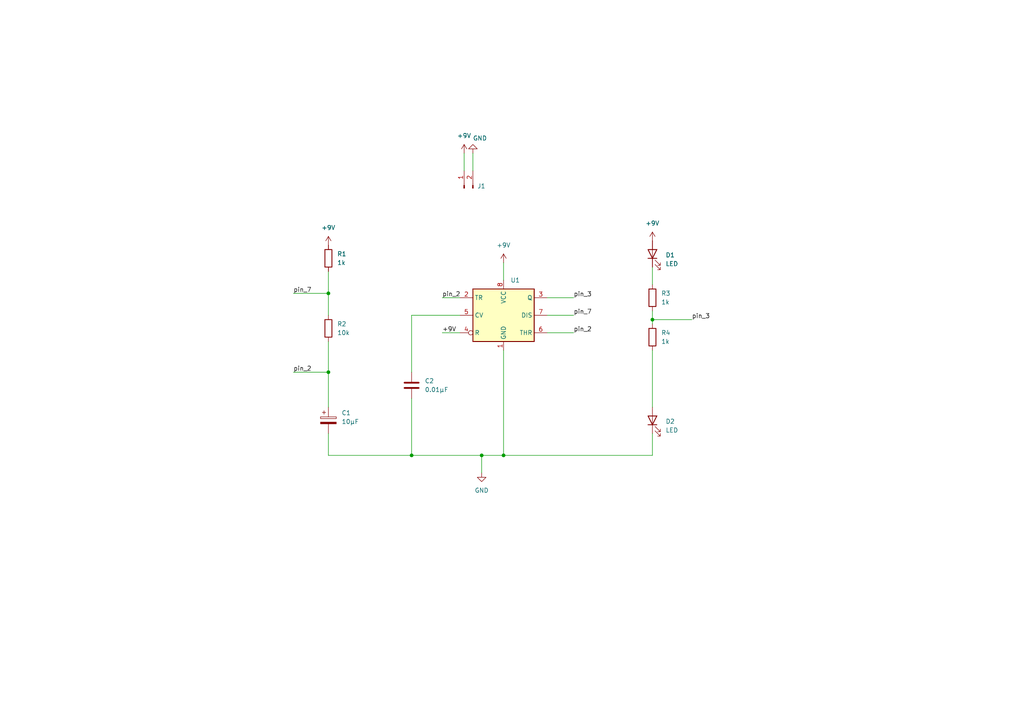
<source format=kicad_sch>
(kicad_sch (version 20211123) (generator eeschema)
  (paper "A4")
  (lib_symbols
    (symbol "Connector:Conn_01x02_Male" (pin_names (offset 1.016) hide)
      (property "Reference" "J" (at 0 2.54 0))
      (property "Value" "Conn_01x02_Male" (at 0 -5.08 0))
      (symbol "Conn_01x02_Male_1_1"
        (polyline (pts (xy 1.27 -2.54) (xy 0.8636 -2.54)) (stroke (width 0.1524)))
        (polyline (pts (xy 1.27 0) (xy 0.8636 0)) (stroke (width 0.1524)))
        (rectangle (start 0.8636 -2.413) (end 0 -2.667) (stroke (width 0.1524)) (fill (type outline)))
        (rectangle (start 0.8636 0.127) (end 0 -0.127) (stroke (width 0.1524)) (fill (type outline)))
        (pin passive line (at 5.08 0 180) (length 3.81) (name "Pin_1") (number "1"))
        (pin passive line (at 5.08 -2.54 180) (length 3.81) (name "Pin_2") (number "2"))
      )
    )
    (symbol "Device:C" (pin_numbers hide) (pin_names (offset 0.254))
      (property "Reference" "C" (at 0.635 2.54 0))
      (property "Value" "C" (at 0.635 -2.54 0))
      (symbol "C_0_1"
        (polyline (pts (xy -2.032 -0.762) (xy 2.032 -0.762)) (stroke (width 0.508)))
        (polyline (pts (xy -2.032 0.762) (xy 2.032 0.762)) (stroke (width 0.508)))
      )
      (symbol "C_1_1"
        (pin passive line (at 0 3.81 270) (length 2.794) (name "~") (number "1"))
        (pin passive line (at 0 -3.81 90) (length 2.794) (name "~") (number "2"))
      )
    )
    (symbol "Device:C_Polarized" (pin_numbers hide) (pin_names (offset 0.254))
      (property "Reference" "C" (at 0.635 2.54 0))
      (property "Value" "C_Polarized" (at 0.635 -2.54 0))
      (symbol "C_Polarized_0_1"
        (rectangle (start -2.286 0.508) (end 2.286 1.016))
        (polyline (pts (xy -1.778 2.286) (xy -0.762 2.286)))
        (polyline (pts (xy -1.27 2.794) (xy -1.27 1.778)))
        (rectangle (start 2.286 -0.508) (end -2.286 -1.016) (fill (type outline)))
      )
      (symbol "C_Polarized_1_1"
        (pin passive line (at 0 3.81 270) (length 2.794) (name "~") (number "1"))
        (pin passive line (at 0 -3.81 90) (length 2.794) (name "~") (number "2"))
      )
    )
    (symbol "Device:LED" (pin_numbers hide) (pin_names (offset 1.016) hide)
      (property "Reference" "D" (at 0 2.54 0))
      (property "Value" "LED" (at 0 -2.54 0))
      (symbol "LED_0_1"
        (polyline (pts (xy -1.27 -1.27) (xy -1.27 1.27)) (stroke (width 0.254)))
        (polyline (pts (xy -1.27 0) (xy 1.27 0)))
        (polyline (pts (xy 1.27 -1.27) (xy 1.27 1.27) (xy -1.27 0) (xy 1.27 -1.27)) (stroke (width 0.254)))
        (polyline (pts (xy -3.048 -0.762) (xy -4.572 -2.286) (xy -3.81 -2.286) (xy -4.572 -2.286) (xy -4.572 -1.524)))
        (polyline (pts (xy -1.778 -0.762) (xy -3.302 -2.286) (xy -2.54 -2.286) (xy -3.302 -2.286) (xy -3.302 -1.524)))
      )
      (symbol "LED_1_1"
        (pin passive line (at -3.81 0 0) (length 2.54) (name "K") (number "1"))
        (pin passive line (at 3.81 0 180) (length 2.54) (name "A") (number "2"))
      )
    )
    (symbol "Device:R" (pin_numbers hide) (pin_names (offset 0))
      (property "Reference" "R" (at 2.032 0 90))
      (property "Value" "R" (at 0 0 90))
      (symbol "R_0_1"
        (rectangle (start -1.016 -2.54) (end 1.016 2.54) (stroke (width 0.254)))
      )
      (symbol "R_1_1"
        (pin passive line (at 0 3.81 270) (length 1.27) (name "~") (number "1"))
        (pin passive line (at 0 -3.81 90) (length 1.27) (name "~") (number "2"))
      )
    )
    (symbol "Timer:NE555D"
      (property "Reference" "U" (at -10.16 8.89 0))
      (property "Value" "NE555D" (at 2.54 8.89 0))
      (symbol "NE555D_0_0"
        (pin power_in line (at 0 -10.16 90) (length 2.54) (name "GND") (number "1"))
        (pin power_in line (at 0 10.16 270) (length 2.54) (name "VCC") (number "8"))
      )
      (symbol "NE555D_0_1"
        (rectangle (start -8.89 -7.62) (end 8.89 7.62) (stroke (width 0.254)) (fill (type background)))
        (rectangle (start -8.89 -7.62) (end 8.89 7.62) (stroke (width 0.254)) (fill (type background)))
      )
      (symbol "NE555D_1_1"
        (pin input line (at -12.7 5.08 0) (length 3.81) (name "TR") (number "2"))
        (pin output line (at 12.7 5.08 180) (length 3.81) (name "Q") (number "3"))
        (pin input inverted (at -12.7 -5.08 0) (length 3.81) (name "R") (number "4"))
        (pin input line (at -12.7 0 0) (length 3.81) (name "CV") (number "5"))
        (pin input line (at 12.7 -5.08 180) (length 3.81) (name "THR") (number "6"))
        (pin input line (at 12.7 0 180) (length 3.81) (name "DIS") (number "7"))
      )
    )
    (symbol "power:+9V" (power) (pin_names (offset 0))
      (property "Value" "+9V" (at 0 3.556 0))
      (symbol "+9V_0_1"
        (polyline (pts (xy -0.762 1.27) (xy 0 2.54)))
        (polyline (pts (xy 0 0) (xy 0 2.54)))
        (polyline (pts (xy 0 2.54) (xy 0.762 1.27)))
      )
      (symbol "+9V_1_1"
        (pin power_in line (at 0 0 90) (length 0) hide (name "+9V") (number "1"))
      )
    )
    (symbol "power:GND" (power) (pin_names (offset 0))
      (property "Value" "GND" (at 0 -3.81 0))
      (symbol "GND_0_1"
        (polyline (pts (xy 0 0) (xy 0 -1.27) (xy 1.27 -1.27) (xy 0 -2.54) (xy -1.27 -1.27) (xy 0 -1.27)))
      )
      (symbol "GND_1_1"
        (pin power_in line (at 0 0 270) (length 0) hide (name "GND") (number "1"))
      )
    )
  )
  (junction (at 119.38 132.08))
  (junction (at 95.25 107.95))
  (junction (at 139.7 132.08))
  (junction (at 95.25 85.09))
  (junction (at 146.05 132.08))
  (junction (at 189.23 92.71))
  (wire (pts (xy 189.23 125.73) (xy 189.23 132.08)))
  (wire (pts (xy 95.25 99.06) (xy 95.25 107.95)))
  (wire (pts (xy 146.05 132.08) (xy 189.23 132.08)))
  (wire (pts (xy 128.27 86.36) (xy 133.35 86.36)))
  (wire (pts (xy 158.75 96.52) (xy 166.37 96.52)))
  (wire (pts (xy 128.27 96.52) (xy 133.35 96.52)))
  (wire (pts (xy 139.7 132.08) (xy 139.7 137.16)))
  (wire (pts (xy 158.75 86.36) (xy 166.37 86.36)))
  (wire (pts (xy 119.38 115.57) (xy 119.38 132.08)))
  (wire (pts (xy 119.38 132.08) (xy 139.7 132.08)))
  (wire (pts (xy 189.23 92.71) (xy 200.66 92.71)))
  (wire (pts (xy 189.23 101.6) (xy 189.23 118.11)))
  (wire (pts (xy 189.23 77.47) (xy 189.23 82.55)))
  (wire (pts (xy 119.38 91.44) (xy 133.35 91.44)))
  (wire (pts (xy 95.25 132.08) (xy 119.38 132.08)))
  (wire (pts (xy 134.62 44.45) (xy 134.62 49.53)))
  (wire (pts (xy 146.05 76.2) (xy 146.05 81.28)))
  (wire (pts (xy 95.25 85.09) (xy 95.25 91.44)))
  (wire (pts (xy 95.25 78.74) (xy 95.25 85.09)))
  (wire (pts (xy 158.75 91.44) (xy 166.37 91.44)))
  (wire (pts (xy 95.25 125.73) (xy 95.25 132.08)))
  (wire (pts (xy 189.23 90.17) (xy 189.23 92.71)))
  (wire (pts (xy 119.38 107.95) (xy 119.38 91.44)))
  (wire (pts (xy 85.09 107.95) (xy 95.25 107.95)))
  (wire (pts (xy 139.7 132.08) (xy 146.05 132.08)))
  (wire (pts (xy 146.05 101.6) (xy 146.05 132.08)))
  (wire (pts (xy 137.16 44.45) (xy 137.16 49.53)))
  (wire (pts (xy 189.23 93.98) (xy 189.23 92.71)))
  (wire (pts (xy 85.09 85.09) (xy 95.25 85.09)))
  (wire (pts (xy 95.25 107.95) (xy 95.25 118.11)))
  (label "pin_2" (at 128.27 86.36 0))
  (label "pin_3" (at 166.37 86.36 0))
  (label "+9V" (at 128.27 96.52 0))
  (label "pin_2" (at 85.09 107.95 0))
  (label "pin_2" (at 166.37 96.52 0))
  (label "pin_7" (at 85.09 85.09 0))
  (label "pin_7" (at 166.37 91.44 0))
  (label "pin_3" (at 200.66 92.71 0))
  (symbol (lib_id "power:+9V") (at 146.05 76.2 0) (unit 1)
    (property "Reference" "#PWR?" (effects hide))
    (property "Value" "+9V" (at 146.05 71.12 0))
  )
  (symbol (lib_id "Device:R") (at 189.23 86.36 0) (unit 1)
    (property "Reference" "R3" (at 191.77 85.0899 0) (effects (justify left)))
    (property "Value" "1k" (at 191.77 87.6299 0) (effects (justify left)))
  )
  (symbol (lib_id "Device:LED") (at 189.23 121.92 90) (unit 1)
    (property "Reference" "D2" (at 193.04 122.2374 90) (effects (justify right)))
    (property "Value" "LED" (at 193.04 124.7774 90) (effects (justify right)))
  )
  (symbol (lib_id "power:+9V") (at 95.25 71.12 0) (unit 1)
    (property "Reference" "#PWR?" (effects hide))
    (property "Value" "+9V" (at 95.25 66.04 0))
  )
  (symbol (lib_id "Timer:NE555D") (at 146.05 91.44 0) (unit 1)
    (property "Reference" "U1" (at 148.0694 81.28 0) (effects (justify left)))
    (property "Value" "NE555D" (effects hide))
    (property "Footprint" "Package_SO:SOIC-8_3.9x4.9mm_P1.27mm" (effects hide))
    (property "Datasheet" "http://www.ti.com/lit/ds/symlink/ne555.pdf" (effects hide))
  )
  (symbol (lib_id "power:GND") (at 137.16 44.45 180) (unit 1)
    (property "Reference" "#PWR?" (effects hide))
    (property "Value" "GND" (at 137.16 39.37 0) (effects (justify right bottom)))
  )
  (symbol (lib_id "power:+9V") (at 189.23 69.85 0) (unit 1)
    (property "Reference" "#PWR?" (effects hide))
    (property "Value" "+9V" (at 189.23 64.77 0))
  )
  (symbol (lib_id "Device:R") (at 95.25 95.25 0) (unit 1)
    (property "Reference" "R2" (at 97.79 93.9799 0) (effects (justify left)))
    (property "Value" "10k" (at 97.79 96.5199 0) (effects (justify left)))
  )
  (symbol (lib_id "Device:R") (at 189.23 97.79 0) (unit 1)
    (property "Reference" "R4" (at 191.77 96.5199 0) (effects (justify left)))
    (property "Value" "1k" (at 191.77 99.0599 0) (effects (justify left)))
  )
  (symbol (lib_id "Connector:Conn_01x02_Male") (at 134.62 54.61 90) (unit 1)
    (property "Reference" "J1" (at 138.43 53.9749 90) (effects (justify right)))
    (property "Value" "Conn_01x02_Male" (effects hide))
  )
  (symbol (lib_id "Device:C") (at 119.38 111.76 0) (unit 1)
    (property "Reference" "C2" (at 123.19 110.4899 0) (effects (justify left)))
    (property "Value" "0.01µF" (at 123.19 113.0299 0) (effects (justify left)))
  )
  (symbol (lib_id "power:+9V") (at 134.62 44.45 0) (unit 1)
    (property "Reference" "#PWR?" (effects hide))
    (property "Value" "+9V" (at 134.62 39.37 0))
  )
  (symbol (lib_id "power:GND") (at 139.7 137.16 0) (unit 1)
    (property "Reference" "#PWR?" (effects hide))
    (property "Value" "GND" (at 139.7 142.24 0))
  )
  (symbol (lib_id "Device:LED") (at 189.23 73.66 90) (unit 1)
    (property "Reference" "D1" (at 193.04 73.9774 90) (effects (justify right)))
    (property "Value" "LED" (at 193.04 76.5174 90) (effects (justify right)))
  )
  (symbol (lib_id "Device:R") (at 95.25 74.93 0) (unit 1)
    (property "Reference" "R1" (at 97.79 73.6599 0) (effects (justify left)))
    (property "Value" "1k" (at 97.79 76.1999 0) (effects (justify left)))
  )
  (symbol (lib_id "Device:C_Polarized") (at 95.25 121.92 0) (unit 1)
    (property "Reference" "C1" (at 99.06 119.7609 0) (effects (justify left)))
    (property "Value" "10µF" (at 99.06 122.3009 0) (effects (justify left)))
  )
)
</source>
